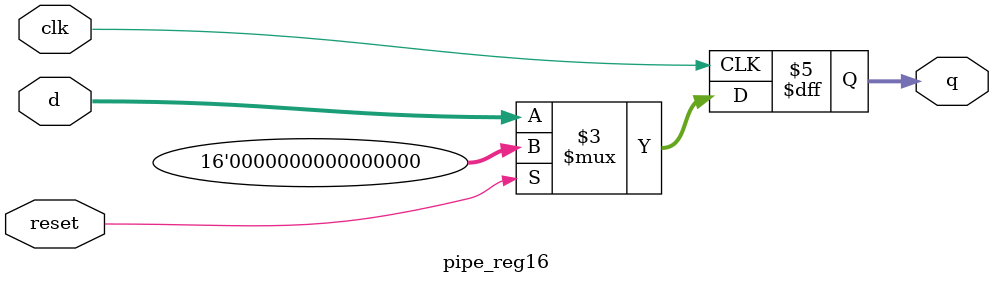
<source format=v>
`timescale 1ns / 1ps


module pipe_reg16(
    input  wire              clk,
    input  wire              reset,
    input  wire signed [15:0] d,
    output reg  signed [15:0] q
);
always @(posedge clk) begin
    if (reset) q <= 16'sd0;
    else       q <= d;
end
endmodule

</source>
